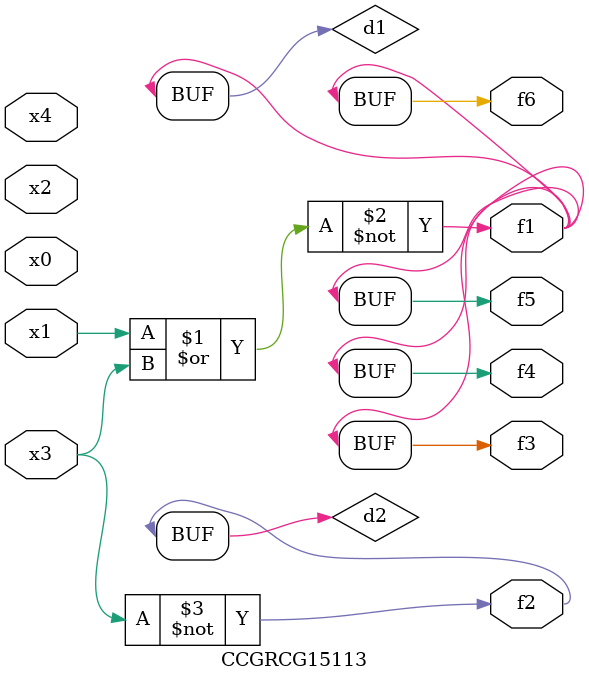
<source format=v>
module CCGRCG15113(
	input x0, x1, x2, x3, x4,
	output f1, f2, f3, f4, f5, f6
);

	wire d1, d2;

	nor (d1, x1, x3);
	not (d2, x3);
	assign f1 = d1;
	assign f2 = d2;
	assign f3 = d1;
	assign f4 = d1;
	assign f5 = d1;
	assign f6 = d1;
endmodule

</source>
